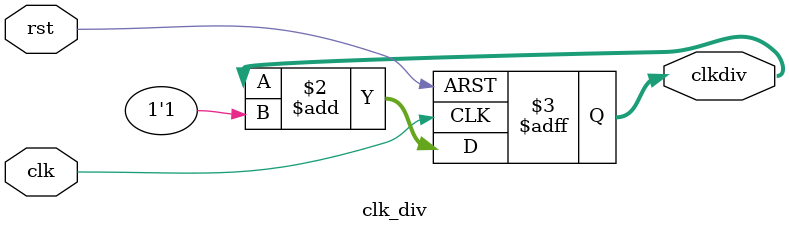
<source format=v>
`timescale 1ns / 1ps


module clk_div(input clk, input rst, output reg[31:0]clkdiv);

always @ (posedge clk or posedge rst) begin
	if (rst) clkdiv<=0;
	else clkdiv <= clkdiv + 1'b1;
end

endmodule

</source>
